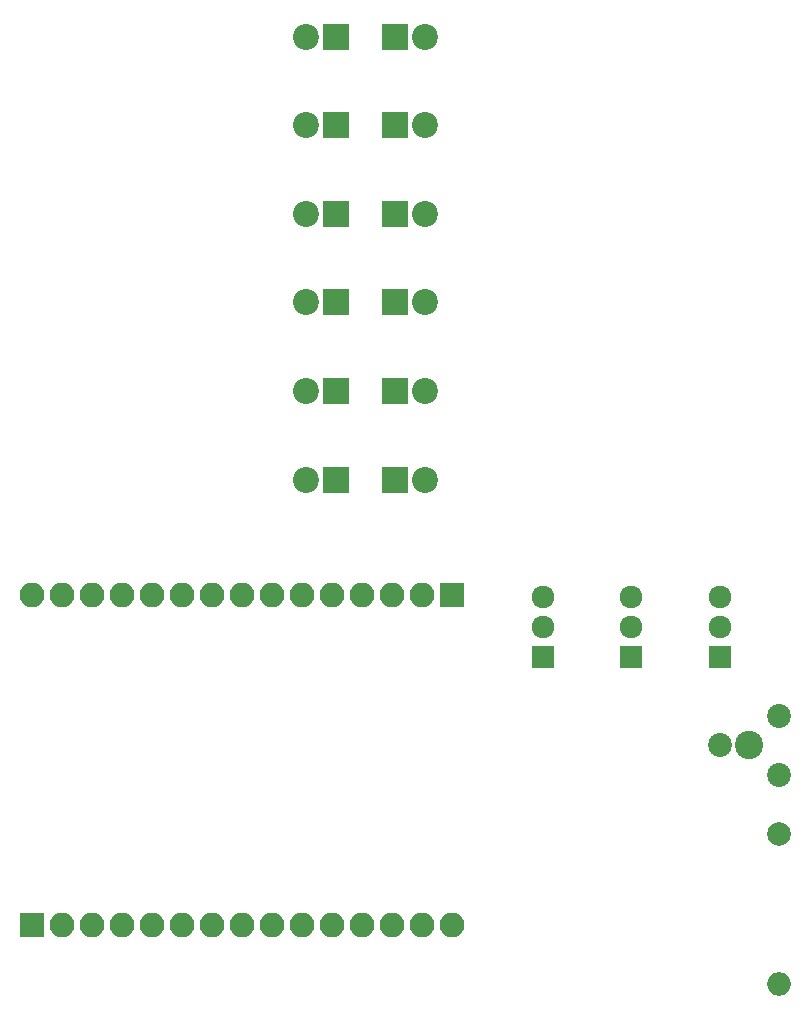
<source format=gbr>
G04 #@! TF.FileFunction,Soldermask,Bot*
%FSLAX46Y46*%
G04 Gerber Fmt 4.6, Leading zero omitted, Abs format (unit mm)*
G04 Created by KiCad (PCBNEW 4.0.6+dfsg1-1) date Mon May 21 22:22:56 2018*
%MOMM*%
%LPD*%
G01*
G04 APERTURE LIST*
%ADD10C,0.100000*%
%ADD11C,1.924000*%
%ADD12R,1.924000X1.924000*%
%ADD13C,2.000000*%
%ADD14O,2.000000X2.000000*%
%ADD15C,2.020000*%
%ADD16C,2.400000*%
%ADD17R,2.200000X2.200000*%
%ADD18C,2.200000*%
%ADD19R,2.100000X2.100000*%
%ADD20O,2.100000X2.100000*%
G04 APERTURE END LIST*
D10*
D11*
X117500000Y-110000000D03*
X117500000Y-107460000D03*
D12*
X117500000Y-112540000D03*
D11*
X102500000Y-110000000D03*
X102500000Y-107460000D03*
D12*
X102500000Y-112540000D03*
D11*
X110000000Y-110000000D03*
X110000000Y-107460000D03*
D12*
X110000000Y-112540000D03*
D13*
X122500000Y-127500000D03*
D14*
X122500000Y-140200000D03*
D15*
X122500000Y-122500000D03*
X117500000Y-120000000D03*
X122500000Y-117500000D03*
D16*
X120000000Y-120000000D03*
D17*
X85000000Y-97500000D03*
D18*
X82460000Y-97500000D03*
D17*
X85000000Y-90000000D03*
D18*
X82460000Y-90000000D03*
D17*
X85000000Y-82500000D03*
D18*
X82460000Y-82500000D03*
D17*
X85000000Y-75000000D03*
D18*
X82460000Y-75000000D03*
D17*
X85000000Y-67500000D03*
D18*
X82460000Y-67500000D03*
D17*
X85000000Y-60000000D03*
D18*
X82460000Y-60000000D03*
D17*
X90000000Y-97500000D03*
D18*
X92540000Y-97500000D03*
D17*
X90000000Y-90000000D03*
D18*
X92540000Y-90000000D03*
D17*
X90000000Y-82500000D03*
D18*
X92540000Y-82500000D03*
D17*
X90000000Y-75000000D03*
D18*
X92540000Y-75000000D03*
D17*
X90000000Y-67500000D03*
D18*
X92540000Y-67500000D03*
D17*
X90000000Y-60000000D03*
D18*
X92540000Y-60000000D03*
D19*
X94810000Y-107250000D03*
D20*
X92270000Y-107250000D03*
X89730000Y-107250000D03*
X87190000Y-107250000D03*
X84650000Y-107250000D03*
X82110000Y-107250000D03*
X79570000Y-107250000D03*
X77030000Y-107250000D03*
X74490000Y-107250000D03*
X71950000Y-107250000D03*
X69410000Y-107250000D03*
X66870000Y-107250000D03*
X64330000Y-107250000D03*
X61790000Y-107250000D03*
X59250000Y-107250000D03*
D19*
X59250000Y-135250000D03*
D20*
X61790000Y-135250000D03*
X64330000Y-135250000D03*
X66870000Y-135250000D03*
X69410000Y-135250000D03*
X71950000Y-135250000D03*
X74490000Y-135250000D03*
X77030000Y-135250000D03*
X79570000Y-135250000D03*
X82110000Y-135250000D03*
X84650000Y-135250000D03*
X87190000Y-135250000D03*
X89730000Y-135250000D03*
X92270000Y-135250000D03*
X94810000Y-135250000D03*
M02*

</source>
